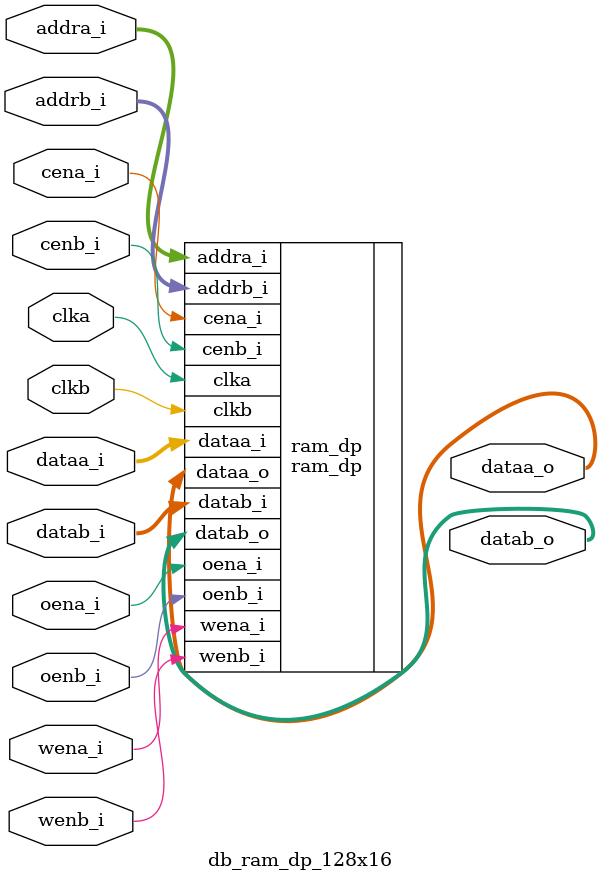
<source format=v>

`include "enc_defines.v"

module db_ram_dp_128x16 (
  clka    ,
  cena_i  ,
  oena_i  ,
  wena_i  ,
  addra_i ,
  dataa_o ,
  dataa_i ,
  clkb    ,
  cenb_i  ,
  oenb_i  ,
  wenb_i  ,
  addrb_i ,
  datab_o ,
  datab_i
);


//*** PARAMETER DECLARATION ****************************************************

  localparam Word_Width = 128 ;
  localparam Addr_Width = 4   ;


//*** INPUT/OUTPUT DECLARATION *************************************************
  // A port
  input                       clka    ;
  input                       cena_i  ;
  input                       oena_i  ;
  input                       wena_i  ;
  input  [Addr_Width-1 :0]    addra_i ;
  input  [Word_Width-1 :0]    dataa_i ;
  output [Word_Width-1 :0]    dataa_o ;

  // B Port
  input                       clkb    ;
  input                       cenb_i  ;
  input                       oenb_i  ;
  input                       wenb_i  ;
  input  [Addr_Width-1 :0]    addrb_i ;
  input  [Word_Width-1 :0]    datab_i ;
  output [Word_Width-1 :0]    datab_o ;


//*** MAIN BODY ****************************************************************

  ram_dp #(
    .Addr_Width    ( Addr_Width    ),
    .Word_Width    ( Word_Width    )
  ) ram_dp (
    .clka          ( clka          ),
    .cena_i        ( cena_i        ),
    .oena_i        ( oena_i        ),
    .wena_i        ( wena_i        ),
    .addra_i       ( addra_i       ),
    .dataa_o       ( dataa_o       ),
    .dataa_i       ( dataa_i       ),
    .clkb          ( clkb          ),
    .cenb_i        ( cenb_i        ),
    .oenb_i        ( oenb_i        ),
    .wenb_i        ( wenb_i        ),
    .addrb_i       ( addrb_i       ),
    .datab_o       ( datab_o       ),
    .datab_i       ( datab_i       )
    );

endmodule
</source>
